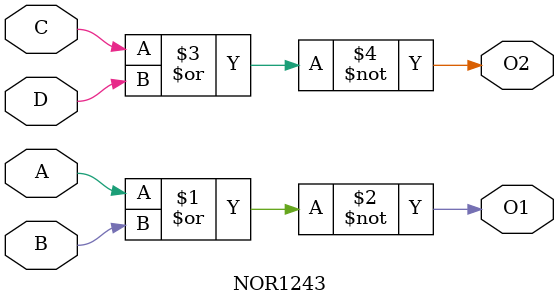
<source format=v>
module NOR1243(
    input A,
    input B,
    input C,
    input D,
    output O1,
    output O2
    );

assign O1 = ~(A | B);
assign O2 = ~(C | D);

endmodule

</source>
